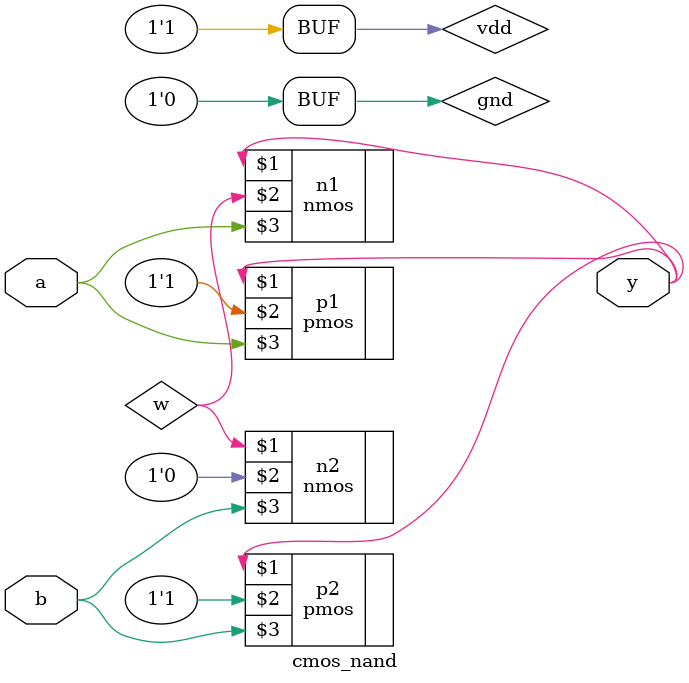
<source format=v>
module cmos_nand(
input a,b,
output y
);
supply1 vdd;
supply0 gnd;
wire w;

pmos p1(y,vdd,a);
pmos p2(y,vdd,b);

nmos n1(y,w,a);
nmos n2(w,gnd,b);

endmodule

</source>
